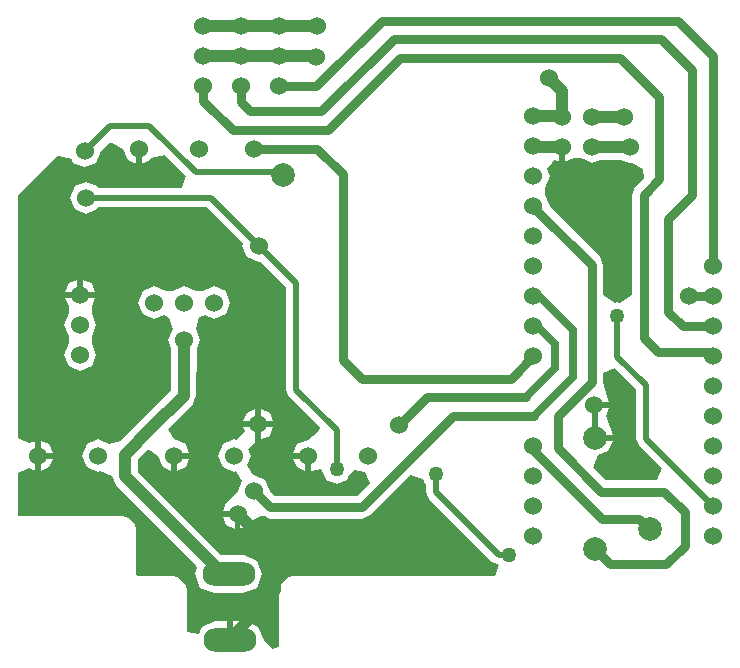
<source format=gbr>
%FSDAX44Y44*%
%MOMM*%
%SFA1B1*%

%IPPOS*%
%ADD10C,0.499999*%
%ADD11C,0.499999*%
%ADD12C,0.499999*%
%ADD13C,0.999998*%
%ADD14C,0.799998*%
%ADD15C,0.499999*%
%ADD16C,0.699999*%
%ADD17C,0.999998*%
%ADD18C,0.999998*%
%ADD19C,1.523997*%
%ADD20C,1.999996*%
%ADD21O,4.499991X1.999996*%
%ADD22C,1.269997*%
%LNpcb1_copper_signal_top-1*%
%LPD*%
G36*
X01050884Y01019885D02*
X01053996Y01021174D01*
X01058043Y01022850*
X01064125*
X01068173Y01021174*
X01073785Y01018849*
X01080630Y01021685*
X01097895*
X01105662Y01018468*
X01107131Y01019077*
X01116578Y01013452*
X01117332Y01005759*
X01110330Y00998757*
X01107476Y00991870*
Y00906701*
X01097476Y00900150*
X01094740Y00901284*
X01092890Y00900518*
X01082890Y00907200*
Y00932714*
X01080037Y00939602*
X01037648Y00981992*
X01033659Y00991622*
Y00997704*
X01037660Y01007364*
X01035108Y01013524*
X01039651Y01018357*
X01040733Y01020266*
X01042432Y01021315*
X01045884Y01019885*
Y01032510*
X01050884*
Y01019885*
G37*
G36*
X00667342Y01035289D02*
X00676330Y01030859D01*
X00680331Y01021199*
X00687490Y01018234*
Y01030859*
X00692490*
Y01018234*
X00699649Y01021199*
X00700328Y01022838*
X00712123Y01025184*
X00729861Y01007447*
X00726653Y00997447*
X00655456*
X00654818Y00998988*
X00645160Y01002989*
X00635500Y00998988*
X00631499Y00989330*
X00635500Y00979670*
X00645160Y00975669*
X00654818Y00979670*
X00655456Y00981211*
X00747206*
X00778187Y00950230*
X00777549Y00948690*
X00781550Y00939030*
X00791210Y00935029*
X00792750Y00935667*
X00814841Y00913576*
Y00826770*
X00817219Y00821029*
X00842861Y00795386*
X00842293Y00791625*
X00833247Y00784549*
X00823587Y00780548*
X00820622Y00773389*
X00833247*
Y00770890*
X00835746*
Y00758259*
X00843994Y00759333*
X00847669Y00752928*
X00848334Y00751324*
X00848562Y00750772*
X00857250Y00747174*
X00857801Y00747402*
X00865936Y00750772*
X00867647Y00754904*
X00872286Y00759258*
X00881769Y00757556*
X00885344Y00747990*
X00874550Y00737196*
X00805023*
X00800976Y00741243*
X00797058Y00750703*
X00787400Y00754704*
X00786433Y00754304*
X00781061Y00762903*
X00784422Y00771017*
X00782099Y00776623*
X00788420Y00782944*
Y00794953*
X00778296*
X00779583Y00791846*
X00771929Y00784192*
X00770763Y00784676*
X00761103Y00780675*
X00757102Y00771017*
X00761103Y00761357*
X00770763Y00757356*
X00771728Y00757756*
X00777100Y00749157*
X00773739Y00741045*
X00766495Y00732401*
X00763770Y00731272*
X00760805Y00724113*
X00773430*
Y00721614*
X00775929*
Y00708989*
X00783088Y00711954*
X00784694Y00715831*
X00793221Y00720124*
X00796328Y00719644*
X00800989Y00717713*
X00878586*
X00885473Y00720567*
X00919545Y00754639*
X00930516Y00751467*
X00932382Y00746962*
X00932951Y00746726*
Y00740410*
X00935329Y00734669*
X00975334Y00694664*
X00988669Y00681329*
X00994370Y00678967*
X00994612Y00678382*
X00991092Y00669016*
X00819600*
X00815390Y00667272*
X00810390Y00662272*
X00808647Y00658063*
Y00608846*
X00802880Y00607224*
X00795815Y00614680*
X00791059Y00626160*
X00779579Y00630915*
X00769579*
Y00614680*
X00764579*
Y00630915*
X00754579*
X00743099Y00626160*
X00740553Y00620014*
X00730553Y00622004*
Y00658363*
X00728810Y00662572*
X00723810Y00667572*
X00719600Y00669316*
X00688666*
X00687153Y00670829*
Y00709363*
X00685410Y00713573*
X00680509Y00718473*
X00676300Y00720217*
X00587253*
Y00755898*
X00597253Y00760366*
X00602019Y00758392*
Y00771017*
Y00783640*
X00597253Y00781666*
X00587253Y00786134*
Y00990697*
X00604003Y01007447*
X00621119Y01024563*
X00622349Y01024318*
X00632914Y01022216*
X00633346Y01021174*
X00634230Y01019040*
X00643890Y01015039*
X00653548Y01019040*
X00657549Y01028700*
X00664664Y01035552*
X00667342Y01035289*
G37*
G36*
X01092890Y00845077D02*
X01104848Y00833120D01*
X01110751Y00827216*
Y00785495*
X01113129Y00779754*
X01131653Y00761230*
X01132678Y00760205*
X01128536Y00750205*
X01085435*
X01074821Y00760818*
X01078585Y00771196*
X01087316Y00774813*
X01091035Y00783793*
X01075835*
Y00788793*
X01091035*
X01088503Y00794907*
X01085059Y00804304*
X01088024Y00811463*
X01075400*
Y00816463*
X01088024*
X01085059Y00823622*
X01082890Y00833120*
Y00840935*
X01092890Y00845077*
G37*
%LNpcb1_copper_signal_top-2*%
%LPC*%
G36*
X00753693Y00914241D02*
X00744034Y00910240D01*
X00737952*
X00728293Y00914241*
X00718634Y00910240*
X00712552*
X00702893Y00914241*
X00693234Y00910240*
X00689233Y00900581*
X00693234Y00890922*
X00702893Y00886922*
X00710828Y00890208*
X00714618Y00888627*
X00715358Y00887805*
X00718634Y00878338*
X00714633Y00868680*
X00717386Y00862034*
X00716941Y00826228*
X00692623Y00801911*
X00674509Y00783796*
X00664978Y00780675*
X00655320Y00784676*
X00645660Y00780675*
X00641659Y00771017*
X00645660Y00761357*
X00655320Y00757356*
X00657101Y00758094*
X00667101Y00753406*
X00670271Y00745753*
X00739531Y00676493*
X00737073Y00670560*
X00741829Y00659079*
X00753309Y00654323*
X00778309*
X00789789Y00659079*
X00794545Y00670560*
X00789789Y00682039*
X00778574Y00686685*
X00778309Y00686795*
X00759844*
X00689080Y00757559*
Y00767753*
X00697695Y00776368*
X00706302Y00771017*
X00710303Y00761357*
X00717462Y00758392*
Y00771017*
X00719963*
Y00773516*
X00732586*
X00729621Y00780675*
X00719963Y00784676*
X00714610Y00793283*
X00735363Y00814035*
X00736924Y00817805*
X00738532Y00821554*
X00739030Y00861623*
X00741953Y00868680*
X00737952Y00878338*
X00740611Y00888061*
X00745758Y00890208*
X00753693Y00886922*
X00763352Y00890922*
X00767353Y00900581*
X00763352Y00910240*
X00753693Y00914241*
G37*
G36*
X00642833Y00919911D02*
Y00909787D01*
X00652957*
X00649992Y00916946*
X00642833Y00919911*
G37*
G36*
X00637833D02*
X00630674Y00916946D01*
X00627709Y00909787*
X00637833*
Y00919911*
G37*
G36*
X00652957Y00904787D02*
X00627709D01*
X00630674Y00897628*
Y00891546*
X00626673Y00881888*
X00630674Y00872228*
Y00866146*
X00626673Y00856488*
X00630674Y00846828*
X00640334Y00842827*
X00649992Y00846828*
X00653993Y00856488*
X00649992Y00866146*
Y00872228*
X00653993Y00881888*
X00649992Y00891546*
Y00897628*
X00652957Y00904787*
G37*
G36*
X00793420Y00810077D02*
Y00799953D01*
X00803544*
X00800579Y00807112*
X00793420Y00810077*
G37*
G36*
X00788420D02*
X00781261Y00807112D01*
X00778296Y00799953*
X00788420*
Y00810077*
G37*
G36*
X00803544Y00794953D02*
X00793420D01*
Y00784829*
X00800579Y00787794*
X00803544Y00794953*
G37*
G36*
X00607019Y00783640D02*
Y00773516D01*
X00617143*
X00614178Y00780675*
X00607019Y00783640*
G37*
G36*
X00732586Y00768516D02*
X00722462D01*
Y00758392*
X00729621Y00761357*
X00732586Y00768516*
G37*
G36*
X00617143D02*
X00607019D01*
Y00758392*
X00614178Y00761357*
X00617143Y00768516*
G37*
G36*
X00830746Y00768389D02*
X00820622D01*
X00823587Y00761230*
X00830746Y00758265*
Y00768389*
G37*
G36*
X00770929Y00719113D02*
X00760805D01*
X00763770Y00711954*
X00770929Y00708989*
Y00719113*
G37*
%LNpcb1_copper_signal_top-3*%
%LPD*%
G54D10*
X01024001Y01032764D02*
D01*
D01*
G75*
G03X01024613Y01032510I613J613D01*
G74*G01*
X01075835Y00786293D02*
Y00813528D01*
G54D11*
X00604520Y00771017D02*
X00604647D01*
X01046861Y01032764D02*
X01047115Y01032510D01*
X01048131Y01032764D02*
X01048385Y01032510D01*
X01075200Y00785348D02*
Y00785658D01*
G54D12*
X01118870Y00785495D02*
Y00830580D01*
X01094740Y00854710D02*
X01118870Y00830580D01*
X01094740Y00854710D02*
Y00889000D01*
X01118870Y00785495D02*
X01176401Y00727964D01*
X00994410Y00687070D02*
X01003300D01*
X00981075Y00700405D02*
X00994410Y00687070D01*
X00941070Y00740410D02*
X00981075Y00700405D01*
X00941070Y00740410D02*
Y00755650D01*
X00645160Y00989330D02*
X00750570D01*
X00737870Y01010920D02*
X00805180D01*
X00698500Y01050290D02*
X00737870Y01010920D01*
X00665480Y01050290D02*
X00698500D01*
X00643890Y01028700D02*
X00665480Y01050290D01*
X00857250Y00760730D02*
Y00792480D01*
X00822960Y00826770D02*
X00857250Y00792480D01*
X00822960Y00826770D02*
Y00916940D01*
X00750570Y00989330D02*
X00822960Y00916940D01*
G54D13*
X00677926Y00753406D02*
Y00771906D01*
X00700278Y00794258*
X00727710Y00821690D02*
X00728293Y00868680D01*
X00700278Y00794258D02*
X00727710Y00821690D01*
X00677926Y00753406D02*
X00757325Y00674006D01*
X01037400Y01090463D02*
X01048385Y01079479D01*
Y01057910D02*
Y01079479D01*
X01024001Y01058164D02*
X01048131D01*
X00744474Y01134618D02*
X00808355D01*
X01073785Y01032510D02*
X01105281D01*
X01105662Y01032129*
X00840232Y01134618D02*
X00840486Y01134364D01*
X00808355Y01134618D02*
X00840232D01*
X01073785Y01057910D02*
X01100276D01*
X00808355Y01109218D02*
X00839470D01*
X00840105Y01108583*
X01100276Y01057910D02*
X01100784Y01057402D01*
X00744474Y01109218D02*
X00808355D01*
G54D14*
X00910590Y01107440D02*
X01097280D01*
X00849630Y01046480D02*
X00910590Y01107440D01*
X00769493Y01046480D02*
X00849630D01*
X00955929Y00804799D02*
X01024509D01*
X00878586Y00727456D02*
X00955929Y00804799D01*
X00814324Y00727456D02*
X00878586D01*
X00862330Y00852170D02*
Y01009650D01*
X00841015Y01030963D02*
X00862330Y01009650D01*
X00787400Y01030963D02*
X00841015D01*
X00862330Y00852170D02*
X00878840Y00835660D01*
X01172845Y00858520D02*
X01176401Y00854964D01*
X01129665Y00858520D02*
X01172845D01*
X01117219Y00870966D02*
X01129665Y00858520D01*
X01089165Y00678963D02*
X01136400D01*
X01151900Y00694463*
Y00723463*
X01075835Y00692293D02*
X01089165Y00678963D01*
X01134900Y00740463D02*
X01151900Y00723463D01*
X01081400Y00740463D02*
X01134900D01*
X01044400Y00777463D02*
X01081400Y00740463D01*
X01175900Y00929963D02*
X01176401Y01109218D01*
X01150239Y00880364D02*
X01176401D01*
X00776351Y01070356D02*
Y01083945D01*
Y01070356D02*
X00784098Y01062609D01*
X00744474Y01071499D02*
Y01083818D01*
X01117219Y00871474D02*
Y00991870D01*
X01156081Y00905764D02*
X01176401D01*
X00787400Y00741045D02*
X00800989Y00727456D01*
X00814324*
X01146429Y01139190D02*
X01176401Y01109218D01*
X01113314Y00717550D02*
X01120570Y00710293D01*
X01004697Y00835660D02*
X01024001Y00854964D01*
X00909955Y00796798D02*
X00933577Y00820420D01*
X01018032*
X01082040Y00717550D02*
X01113314D01*
X01024001Y00775589D02*
X01082040Y00717550D01*
X01024001Y00981863D02*
X01073150Y00932714D01*
X00744474Y01071499D02*
X00769493Y01046480D01*
X00895350Y01139190D02*
X01146429D01*
X00808355Y01083818D02*
X00839978D01*
X00895350Y01139190*
X00784098Y01062609D02*
X00844169D01*
X00905510Y01123950*
X01131824*
X01158240Y01097534*
Y00991870D02*
Y01097534D01*
X01137920Y00892683D02*
X01150239Y00880364D01*
X01137920Y00892683D02*
Y00971550D01*
X01158240Y00991870*
X01117219D02*
X01130300Y01004951D01*
Y01074420*
X01097280Y01107440D02*
X01130300Y01074420D01*
X00878840Y00835660D02*
X01004697D01*
X01044400Y00777463D02*
Y00804370D01*
X01073150Y00833120*
Y00932714*
G54D15*
X01048131Y01058164D02*
X01048385Y01057910D01*
X01048131Y01058164D02*
X01048385Y01057910D01*
X01024001Y00981863D02*
Y00981964D01*
X01117219Y00870966D02*
Y00871474D01*
X01024001Y00905764D02*
X01028954D01*
X01024001Y00880364D02*
X01027176D01*
X01024001Y00775589D02*
Y00778764D01*
G54D16*
X01024509Y00804799D02*
X01057656Y00837946D01*
Y00877062*
X01028954Y00905764D02*
X01057656Y00877062D01*
X01027176Y00880364D02*
X01042416Y00865124D01*
Y00844804D02*
Y00865124D01*
X01018032Y00820420D02*
X01042416Y00844804D01*
G54D17*
X00767080Y00614680D02*
X00805180Y00656900D01*
Y00689332*
X00773430Y00721614D02*
X00805180Y00689332D01*
G54D18*
X01024613Y01032510D02*
X01048385D01*
G54D19*
X01075400Y00813963D03*
X01176401Y00702564D03*
X00640334Y00907288D03*
X00740791Y01030859D03*
X00640334Y00856488D03*
Y00881888D03*
X01156081Y00905764D03*
X01100784Y01057402D03*
X00840105Y01108583D03*
X00840486Y01134364D03*
X01105662Y01032129D03*
X01037400Y01090463D03*
X00728293Y00868680D03*
X00776351Y01134745D03*
Y01109345D03*
Y01083945D03*
X00808355Y01134618D03*
Y01109218D03*
Y01083818D03*
X00728293Y00900581D03*
X00702893D03*
X00744474Y01134618D03*
Y01109218D03*
Y01083818D03*
X01176401Y00753364D03*
Y00804164D03*
Y00829564D03*
Y00854964D03*
Y00880364D03*
Y00905764D03*
X01024001D03*
Y00880364D03*
Y00854964D03*
Y00778764D03*
Y00753364D03*
Y00727964D03*
Y00702564D03*
Y00931164D03*
Y00956564D03*
Y00981964D03*
Y01007364D03*
Y01032764D03*
Y01058164D03*
X01176401Y00931164D03*
Y00778764D03*
X00689991Y01030859D03*
X00719963Y00771017D03*
X01073785Y01057910D03*
Y01032510D03*
X01048385Y01057910D03*
Y01032510D03*
X00643890Y01028700D03*
X00645160Y00989330D03*
X00909955Y00796798D03*
X00787400Y00741045D03*
X00773430Y00721614D03*
X00753693Y00900581D03*
X01176401Y00727964D03*
X00884047Y00770890D03*
X00833247D03*
X00770763Y00771017D03*
X00655320D03*
X00604520D03*
X00790920Y00797453D03*
X00787400Y01030963D03*
X00791210Y00948690D03*
G54D20*
X01122680Y00708660D03*
X01075835Y00786293D03*
Y00692293D03*
X00811530Y01008380D03*
G54D21*
X00765810Y00670560D03*
X00767080Y00614680D03*
G54D22*
X00857250Y00759460D03*
X01094740Y00889000D03*
X01003300Y00687070D03*
X00941070Y00755650D03*
M02*
</source>
